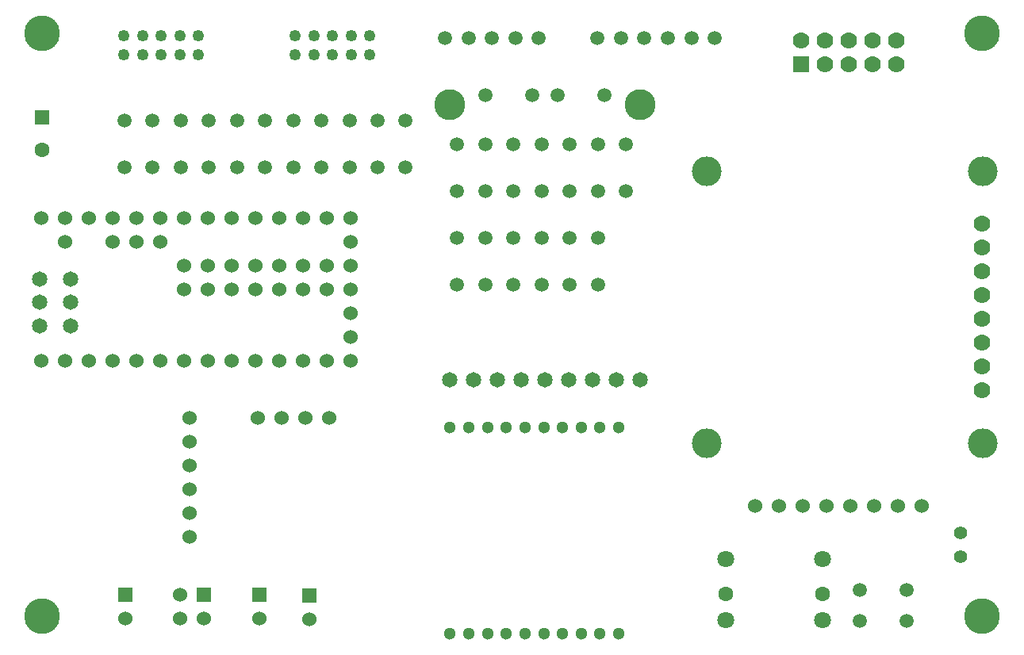
<source format=gbs>
G04 (created by PCBNEW (2013-jul-07)-stable) date Wed 10 Jun 2015 05:30:31 PM PDT*
%MOIN*%
G04 Gerber Fmt 3.4, Leading zero omitted, Abs format*
%FSLAX34Y34*%
G01*
G70*
G90*
G04 APERTURE LIST*
%ADD10C,0.00590551*%
%ADD11C,0.0511811*%
%ADD12C,0.06*%
%ADD13R,0.06X0.06*%
%ADD14C,0.0629921*%
%ADD15C,0.0708661*%
%ADD16C,0.065*%
%ADD17C,0.13*%
%ADD18C,0.07*%
%ADD19C,0.125*%
%ADD20R,0.063X0.063*%
%ADD21C,0.063*%
%ADD22R,0.07X0.07*%
%ADD23C,0.0590551*%
%ADD24C,0.0492126*%
%ADD25C,0.15*%
%ADD26C,0.055*%
G04 APERTURE END LIST*
G54D10*
G54D11*
X35728Y-28051D03*
X34940Y-28051D03*
X34153Y-28051D03*
X33366Y-28051D03*
X32578Y-28051D03*
X31791Y-28051D03*
X31003Y-28051D03*
X30216Y-28051D03*
X29429Y-28051D03*
X28641Y-28051D03*
X28641Y-36712D03*
X29429Y-36712D03*
X30216Y-36712D03*
X31003Y-36712D03*
X31791Y-36712D03*
X32578Y-36712D03*
X33366Y-36712D03*
X34153Y-36712D03*
X34940Y-36712D03*
X35728Y-36712D03*
G54D12*
X20550Y-27650D03*
X21550Y-27650D03*
X22550Y-27650D03*
X23550Y-27650D03*
G54D13*
X18300Y-35100D03*
G54D12*
X18300Y-36100D03*
X17300Y-35100D03*
X17300Y-36100D03*
G54D13*
X20620Y-35100D03*
G54D12*
X20620Y-36100D03*
G54D13*
X22718Y-35129D03*
G54D12*
X22718Y-36129D03*
X17700Y-27650D03*
X17700Y-28650D03*
X17700Y-29650D03*
X17700Y-30650D03*
X17700Y-31650D03*
X17700Y-32650D03*
G54D14*
X40222Y-35050D03*
X44277Y-35050D03*
G54D15*
X40222Y-33593D03*
X40226Y-36152D03*
X44277Y-33593D03*
X44277Y-36152D03*
G54D16*
X12700Y-23780D03*
X12700Y-22800D03*
X12700Y-21820D03*
X11400Y-21820D03*
X11400Y-22800D03*
X11400Y-23780D03*
X28618Y-26043D03*
X29618Y-26043D03*
X30618Y-26043D03*
X31618Y-26043D03*
X32618Y-26043D03*
X33618Y-26043D03*
X34618Y-26043D03*
X35618Y-26043D03*
G54D17*
X28618Y-14483D03*
X36618Y-14483D03*
G54D16*
X36618Y-26043D03*
G54D18*
X51000Y-19500D03*
X51000Y-20500D03*
X51000Y-21500D03*
X51000Y-22500D03*
X51000Y-23500D03*
X51000Y-24500D03*
X51000Y-25500D03*
X51000Y-26500D03*
G54D19*
X51030Y-17290D03*
X51030Y-28710D03*
X39410Y-17290D03*
X39410Y-28710D03*
G54D20*
X11500Y-15011D03*
G54D21*
X11500Y-16389D03*
G54D13*
X15000Y-35100D03*
G54D12*
X15000Y-36100D03*
G54D22*
X43400Y-12800D03*
G54D18*
X43400Y-11800D03*
X44400Y-12800D03*
X44400Y-11800D03*
X45400Y-12800D03*
X45400Y-11800D03*
X46400Y-12800D03*
X46400Y-11800D03*
X47400Y-12800D03*
X47400Y-11800D03*
G54D12*
X11450Y-25250D03*
X12450Y-25250D03*
X13450Y-25250D03*
X14450Y-25250D03*
X15450Y-25250D03*
X16450Y-25250D03*
X17450Y-25250D03*
X18450Y-25250D03*
X19450Y-25250D03*
X20450Y-25250D03*
X21450Y-25250D03*
X22450Y-25250D03*
X23450Y-25250D03*
X24450Y-25250D03*
X24450Y-24250D03*
X24450Y-23250D03*
X24450Y-22250D03*
X24450Y-21250D03*
X24450Y-20250D03*
X24450Y-19250D03*
X23450Y-19250D03*
X22450Y-19250D03*
X21450Y-19250D03*
X20450Y-19250D03*
X19450Y-19250D03*
X18450Y-19250D03*
X17450Y-19250D03*
X16450Y-19250D03*
X15450Y-19250D03*
X14450Y-19250D03*
X13450Y-19250D03*
X12450Y-19250D03*
X11450Y-19250D03*
X17450Y-22250D03*
X18450Y-22250D03*
X19450Y-22250D03*
X20450Y-22250D03*
X21450Y-22250D03*
X22450Y-22250D03*
X23450Y-22250D03*
X23450Y-21250D03*
X22450Y-21250D03*
X21450Y-21250D03*
X20450Y-21250D03*
X19450Y-21250D03*
X18450Y-21250D03*
X17450Y-21250D03*
X16450Y-20250D03*
X15450Y-20250D03*
X14450Y-20250D03*
X12450Y-20250D03*
G54D23*
X16141Y-15157D03*
X16141Y-17125D03*
X17322Y-15157D03*
X17322Y-17125D03*
X18503Y-15157D03*
X18503Y-17125D03*
X19685Y-15157D03*
X19685Y-17125D03*
X20866Y-15157D03*
X20866Y-17125D03*
X22047Y-15157D03*
X22047Y-17125D03*
X23228Y-15157D03*
X23228Y-17125D03*
X24409Y-15157D03*
X24409Y-17125D03*
X25590Y-15157D03*
X25590Y-17125D03*
X26771Y-15157D03*
X26771Y-17125D03*
X28937Y-16141D03*
X28937Y-18110D03*
X14960Y-15157D03*
X14960Y-17125D03*
X31299Y-16141D03*
X31299Y-18110D03*
X32480Y-16141D03*
X32480Y-18110D03*
X33661Y-16141D03*
X33661Y-18110D03*
X34842Y-16141D03*
X34842Y-18110D03*
X36023Y-16141D03*
X36023Y-18110D03*
X28937Y-20078D03*
X28937Y-22047D03*
X30118Y-20078D03*
X30118Y-22047D03*
X31299Y-20078D03*
X31299Y-22047D03*
X32480Y-20078D03*
X32480Y-22047D03*
X33661Y-20078D03*
X33661Y-22047D03*
X34842Y-20078D03*
X34842Y-22047D03*
X30118Y-16141D03*
X30118Y-18110D03*
G54D24*
X22125Y-12393D03*
X22125Y-11606D03*
X22912Y-12393D03*
X22912Y-11606D03*
X23700Y-12393D03*
X23700Y-11606D03*
X24487Y-12393D03*
X24487Y-11606D03*
X25274Y-12393D03*
X25274Y-11606D03*
X14925Y-12393D03*
X14925Y-11606D03*
X15712Y-12393D03*
X15712Y-11606D03*
X16500Y-12393D03*
X16500Y-11606D03*
X17287Y-12393D03*
X17287Y-11606D03*
X18074Y-12393D03*
X18074Y-11606D03*
G54D25*
X11500Y-11500D03*
X11500Y-36000D03*
X51000Y-11500D03*
X51000Y-36000D03*
G54D23*
X33169Y-14074D03*
X35137Y-14074D03*
X32086Y-14074D03*
X30118Y-14074D03*
X45865Y-36200D03*
X47834Y-36200D03*
X47834Y-34900D03*
X45865Y-34900D03*
G54D12*
X48450Y-31350D03*
X47450Y-31350D03*
X41450Y-31350D03*
X42450Y-31350D03*
X43450Y-31350D03*
X44450Y-31350D03*
X45450Y-31350D03*
X46450Y-31350D03*
G54D23*
X28431Y-11700D03*
X29415Y-11700D03*
X30400Y-11700D03*
X31384Y-11700D03*
X32368Y-11700D03*
X39760Y-11700D03*
X34839Y-11700D03*
X35823Y-11700D03*
X36807Y-11700D03*
X37792Y-11700D03*
X38776Y-11700D03*
G54D26*
X50100Y-33500D03*
X50100Y-32500D03*
M02*

</source>
